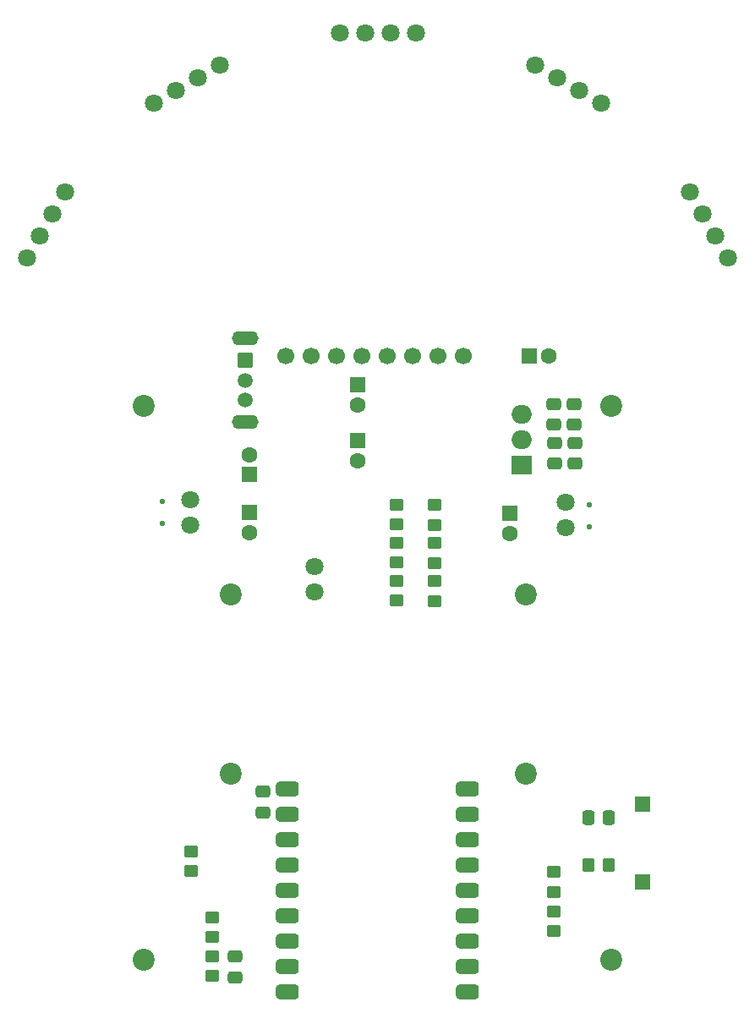
<source format=gbr>
%TF.GenerationSoftware,KiCad,Pcbnew,8.0.6*%
%TF.CreationDate,2025-03-04T23:13:55+07:00*%
%TF.ProjectId,micromouse,6d696372-6f6d-46f7-9573-652e6b696361,rev?*%
%TF.SameCoordinates,Original*%
%TF.FileFunction,Soldermask,Bot*%
%TF.FilePolarity,Negative*%
%FSLAX46Y46*%
G04 Gerber Fmt 4.6, Leading zero omitted, Abs format (unit mm)*
G04 Created by KiCad (PCBNEW 8.0.6) date 2025-03-04 23:13:55*
%MOMM*%
%LPD*%
G01*
G04 APERTURE LIST*
G04 Aperture macros list*
%AMRoundRect*
0 Rectangle with rounded corners*
0 $1 Rounding radius*
0 $2 $3 $4 $5 $6 $7 $8 $9 X,Y pos of 4 corners*
0 Add a 4 corners polygon primitive as box body*
4,1,4,$2,$3,$4,$5,$6,$7,$8,$9,$2,$3,0*
0 Add four circle primitives for the rounded corners*
1,1,$1+$1,$2,$3*
1,1,$1+$1,$4,$5*
1,1,$1+$1,$6,$7*
1,1,$1+$1,$8,$9*
0 Add four rect primitives between the rounded corners*
20,1,$1+$1,$2,$3,$4,$5,0*
20,1,$1+$1,$4,$5,$6,$7,0*
20,1,$1+$1,$6,$7,$8,$9,0*
20,1,$1+$1,$8,$9,$2,$3,0*%
G04 Aperture macros list end*
%ADD10C,2.200000*%
%ADD11R,1.600000X1.600000*%
%ADD12C,1.600000*%
%ADD13C,1.800000*%
%ADD14C,1.700000*%
%ADD15RoundRect,0.102000X-0.654000X0.654000X-0.654000X-0.654000X0.654000X-0.654000X0.654000X0.654000X0*%
%ADD16C,1.512000*%
%ADD17O,2.664000X1.434000*%
%ADD18R,2.000000X1.905000*%
%ADD19O,2.000000X1.905000*%
%ADD20RoundRect,0.250000X-0.450000X0.350000X-0.450000X-0.350000X0.450000X-0.350000X0.450000X0.350000X0*%
%ADD21RoundRect,0.250000X0.450000X-0.350000X0.450000X0.350000X-0.450000X0.350000X-0.450000X-0.350000X0*%
%ADD22RoundRect,0.250000X-0.475000X0.337500X-0.475000X-0.337500X0.475000X-0.337500X0.475000X0.337500X0*%
%ADD23RoundRect,0.125000X-0.125000X0.125000X-0.125000X-0.125000X0.125000X-0.125000X0.125000X0.125000X0*%
%ADD24RoundRect,0.381000X0.762000X0.381000X-0.762000X0.381000X-0.762000X-0.381000X0.762000X-0.381000X0*%
%ADD25RoundRect,0.381000X-0.762000X-0.381000X0.762000X-0.381000X0.762000X0.381000X-0.762000X0.381000X0*%
%ADD26RoundRect,0.250000X-0.337500X-0.475000X0.337500X-0.475000X0.337500X0.475000X-0.337500X0.475000X0*%
%ADD27RoundRect,0.250000X0.475000X-0.337500X0.475000X0.337500X-0.475000X0.337500X-0.475000X-0.337500X0*%
%ADD28R,1.500000X1.500000*%
%ADD29RoundRect,0.250000X0.350000X0.450000X-0.350000X0.450000X-0.350000X-0.450000X0.350000X-0.450000X0*%
G04 APERTURE END LIST*
D10*
%TO.C,H6*%
X169000000Y-134100000D03*
%TD*%
D11*
%TO.C,C13*%
X143550000Y-82100000D03*
D12*
X143550000Y-84100001D03*
%TD*%
D13*
%TO.C,M1*%
X164400000Y-88259998D03*
X164400000Y-90800000D03*
%TD*%
D14*
%TO.C,U10*%
X154150000Y-73650000D03*
X151610000Y-73650000D03*
X149070001Y-73650000D03*
X146530000Y-73650000D03*
X143990000Y-73650000D03*
X141450000Y-73650000D03*
X138910000Y-73650000D03*
X136369999Y-73650000D03*
%TD*%
D10*
%TO.C,H2*%
X130850000Y-115450000D03*
%TD*%
D15*
%TO.C,SW1*%
X132300000Y-74050000D03*
D16*
X132300000Y-76050001D03*
X132300000Y-78050002D03*
D17*
X132300000Y-71850002D03*
X132300000Y-80250000D03*
%TD*%
D10*
%TO.C,H3*%
X122200000Y-78600000D03*
%TD*%
D18*
%TO.C,U2*%
X160000000Y-84500000D03*
D19*
X160000000Y-81960000D03*
X160000000Y-79420001D03*
%TD*%
D10*
%TO.C,H5*%
X122200000Y-134100000D03*
%TD*%
%TO.C,H1*%
X130850000Y-97450000D03*
%TD*%
D11*
%TO.C,C12*%
X160750000Y-73600000D03*
D12*
X162750000Y-73600000D03*
%TD*%
D11*
%TO.C,C15*%
X132750000Y-89294888D03*
D12*
X132750000Y-91294889D03*
%TD*%
D13*
%TO.C,U6*%
X168000000Y-48300000D03*
X165800295Y-47030000D03*
X163600591Y-45760000D03*
X161400886Y-44490000D03*
%TD*%
D11*
%TO.C,C5*%
X143575000Y-76500000D03*
D12*
X143575000Y-78500001D03*
%TD*%
D13*
%TO.C,BT1*%
X139300000Y-97200000D03*
X139300000Y-94659998D03*
%TD*%
%TO.C,U7*%
X114278205Y-57200444D03*
X113008205Y-59400149D03*
X111738205Y-61599853D03*
X110468205Y-63799558D03*
%TD*%
%TO.C,U9*%
X129799557Y-44500000D03*
X127599852Y-45770000D03*
X125400149Y-47040000D03*
X123200443Y-48310000D03*
%TD*%
D10*
%TO.C,H7*%
X160400000Y-97450000D03*
%TD*%
%TO.C,H8*%
X160400000Y-115450000D03*
%TD*%
D13*
%TO.C,U5*%
X180700000Y-63800000D03*
X179430000Y-61600295D03*
X178160000Y-59400591D03*
X176890000Y-57200886D03*
%TD*%
D11*
%TO.C,C6*%
X132750000Y-85500001D03*
D12*
X132750000Y-83500000D03*
%TD*%
D13*
%TO.C,M2*%
X126800000Y-88029999D03*
X126800000Y-90570001D03*
%TD*%
D10*
%TO.C,H4*%
X169000000Y-78600000D03*
%TD*%
D11*
%TO.C,C14*%
X158800000Y-89399999D03*
D12*
X158800000Y-91400000D03*
%TD*%
D13*
%TO.C,U8*%
X149400000Y-41300000D03*
X146860000Y-41300000D03*
X144320001Y-41300000D03*
X141780000Y-41300000D03*
%TD*%
D20*
%TO.C,R13*%
X163200000Y-129200000D03*
X163200000Y-131200000D03*
%TD*%
D21*
%TO.C,R6*%
X126900000Y-125200000D03*
X126900000Y-123200000D03*
%TD*%
D20*
%TO.C,R12*%
X163200000Y-125300000D03*
X163200000Y-127300000D03*
%TD*%
%TO.C,R11*%
X151250000Y-92350000D03*
X151250000Y-94350000D03*
%TD*%
D22*
%TO.C,C7*%
X134100000Y-117225000D03*
X134100000Y-119300000D03*
%TD*%
%TO.C,C16*%
X131300000Y-133762500D03*
X131300000Y-135837500D03*
%TD*%
D21*
%TO.C,R3*%
X129000000Y-135700000D03*
X129000000Y-133700000D03*
%TD*%
%TO.C,R7*%
X147450000Y-90500000D03*
X147450000Y-88500000D03*
%TD*%
%TO.C,R2*%
X129000000Y-131800000D03*
X129000000Y-129800000D03*
%TD*%
%TO.C,R10*%
X151250000Y-98150000D03*
X151250000Y-96150000D03*
%TD*%
D23*
%TO.C,D2*%
X166800000Y-88500000D03*
X166800000Y-90699998D03*
%TD*%
%TO.C,D4*%
X124000000Y-88200002D03*
X124000000Y-90400000D03*
%TD*%
D22*
%TO.C,C10*%
X163249997Y-78425000D03*
X163249997Y-80500000D03*
%TD*%
D20*
%TO.C,R8*%
X147450000Y-96100000D03*
X147450000Y-98100000D03*
%TD*%
%TO.C,R5*%
X151250000Y-88550000D03*
X151250000Y-90550000D03*
%TD*%
D24*
%TO.C,U1*%
X154550000Y-116975000D03*
X154550000Y-119515000D03*
X154550000Y-122055000D03*
X154550000Y-124595000D03*
X154550000Y-127135000D03*
X154550000Y-129675000D03*
X154550000Y-132215000D03*
X154550000Y-134755000D03*
X154550000Y-137295000D03*
D25*
X136550000Y-137295000D03*
X136550000Y-134755000D03*
X136550000Y-132215000D03*
X136550000Y-129675000D03*
X136550000Y-127135000D03*
X136550000Y-124595000D03*
X136550000Y-122055000D03*
X136550000Y-119515000D03*
X136550000Y-116975000D03*
%TD*%
D22*
%TO.C,C8*%
X165250000Y-78425000D03*
X165250000Y-80500000D03*
%TD*%
D26*
%TO.C,C17*%
X166662500Y-119800000D03*
X168737500Y-119800000D03*
%TD*%
D20*
%TO.C,R4*%
X147450000Y-92300000D03*
X147450000Y-94300000D03*
%TD*%
D27*
%TO.C,C4*%
X165300000Y-84375000D03*
X165300000Y-82300000D03*
%TD*%
%TO.C,C2*%
X163300000Y-84375000D03*
X163300000Y-82300000D03*
%TD*%
D28*
%TO.C,SW2*%
X172100000Y-126300000D03*
X172100000Y-118500002D03*
%TD*%
D29*
%TO.C,R9*%
X168700000Y-124600000D03*
X166700000Y-124600000D03*
%TD*%
M02*

</source>
